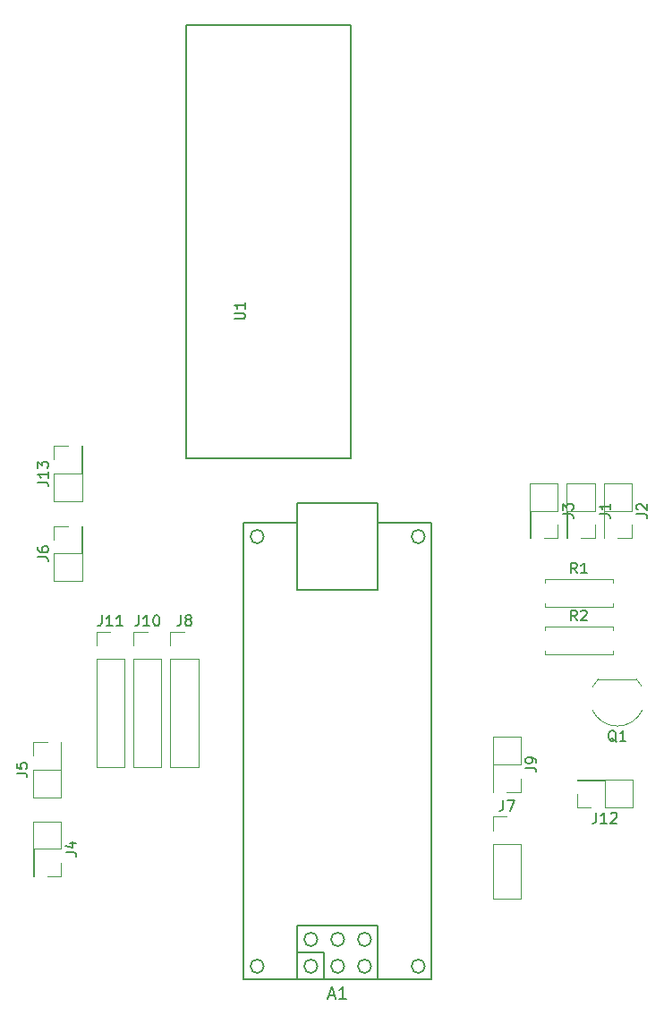
<source format=gbr>
G04 #@! TF.GenerationSoftware,KiCad,Pcbnew,(5.1.5)-3*
G04 #@! TF.CreationDate,2020-04-08T14:30:32+03:00*
G04 #@! TF.ProjectId,Receiver,52656365-6976-4657-922e-6b696361645f,rev?*
G04 #@! TF.SameCoordinates,Original*
G04 #@! TF.FileFunction,Legend,Top*
G04 #@! TF.FilePolarity,Positive*
%FSLAX46Y46*%
G04 Gerber Fmt 4.6, Leading zero omitted, Abs format (unit mm)*
G04 Created by KiCad (PCBNEW (5.1.5)-3) date 2020-04-08 14:30:32*
%MOMM*%
%LPD*%
G04 APERTURE LIST*
%ADD10C,0.120000*%
%ADD11C,0.150000*%
G04 APERTURE END LIST*
D10*
X178760000Y-85150000D02*
X175160000Y-85150000D01*
X179284184Y-85877205D02*
G75*
G03X178760000Y-85150000I-2324184J-1122795D01*
G01*
X179316400Y-88098807D02*
G75*
G02X176960000Y-89600000I-2356400J1098807D01*
G01*
X174603600Y-88098807D02*
G75*
G03X176960000Y-89600000I2356400J1098807D01*
G01*
X174635816Y-85877205D02*
G75*
G02X175160000Y-85150000I2324184J-1122795D01*
G01*
X121730000Y-103830000D02*
X121670000Y-103830000D01*
X121670000Y-103830000D02*
X121670000Y-98630000D01*
X121670000Y-98630000D02*
X124330000Y-98630000D01*
X124330000Y-98630000D02*
X124330000Y-101230000D01*
X124330000Y-101230000D02*
X121730000Y-101230000D01*
X121730000Y-101230000D02*
X121730000Y-103830000D01*
X123000000Y-103830000D02*
X124330000Y-103830000D01*
X124330000Y-103830000D02*
X124330000Y-102560000D01*
X126270000Y-63130000D02*
X126330000Y-63130000D01*
X126330000Y-63130000D02*
X126330000Y-68330000D01*
X126330000Y-68330000D02*
X123670000Y-68330000D01*
X123670000Y-68330000D02*
X123670000Y-65730000D01*
X123670000Y-65730000D02*
X126270000Y-65730000D01*
X126270000Y-65730000D02*
X126270000Y-63130000D01*
X125000000Y-63130000D02*
X123670000Y-63130000D01*
X123670000Y-63130000D02*
X123670000Y-64400000D01*
X170100000Y-76020000D02*
X170100000Y-75690000D01*
X170100000Y-75690000D02*
X176520000Y-75690000D01*
X176520000Y-75690000D02*
X176520000Y-76020000D01*
X170100000Y-77980000D02*
X170100000Y-78310000D01*
X170100000Y-78310000D02*
X176520000Y-78310000D01*
X176520000Y-78310000D02*
X176520000Y-77980000D01*
D11*
X136200000Y-64300000D02*
X151700000Y-64300000D01*
X136200000Y-23300000D02*
X136200000Y-64300000D01*
X151700000Y-23300000D02*
X136200000Y-23300000D01*
X151700000Y-64300000D02*
X151700000Y-23300000D01*
D10*
X170100000Y-80520000D02*
X170100000Y-80190000D01*
X170100000Y-80190000D02*
X176520000Y-80190000D01*
X176520000Y-80190000D02*
X176520000Y-80520000D01*
X170100000Y-82480000D02*
X170100000Y-82810000D01*
X170100000Y-82810000D02*
X176520000Y-82810000D01*
X176520000Y-82810000D02*
X176520000Y-82480000D01*
X173170000Y-94730000D02*
X173170000Y-94670000D01*
X173170000Y-94670000D02*
X178370000Y-94670000D01*
X178370000Y-94670000D02*
X178370000Y-97330000D01*
X178370000Y-97330000D02*
X175770000Y-97330000D01*
X175770000Y-97330000D02*
X175770000Y-94730000D01*
X175770000Y-94730000D02*
X173170000Y-94730000D01*
X173170000Y-96000000D02*
X173170000Y-97330000D01*
X173170000Y-97330000D02*
X174440000Y-97330000D01*
X127670000Y-83270000D02*
X127670000Y-93490000D01*
X127670000Y-93490000D02*
X130330000Y-93490000D01*
X130330000Y-93490000D02*
X130330000Y-83270000D01*
X130330000Y-83270000D02*
X127670000Y-83270000D01*
X127670000Y-82000000D02*
X127670000Y-80670000D01*
X127670000Y-80670000D02*
X129000000Y-80670000D01*
X131170000Y-83270000D02*
X131170000Y-93490000D01*
X131170000Y-93490000D02*
X133830000Y-93490000D01*
X133830000Y-93490000D02*
X133830000Y-83270000D01*
X133830000Y-83270000D02*
X131170000Y-83270000D01*
X131170000Y-82000000D02*
X131170000Y-80670000D01*
X131170000Y-80670000D02*
X132500000Y-80670000D01*
X165230000Y-95830000D02*
X165170000Y-95830000D01*
X165170000Y-95830000D02*
X165170000Y-90630000D01*
X165170000Y-90630000D02*
X167830000Y-90630000D01*
X167830000Y-90630000D02*
X167830000Y-93230000D01*
X167830000Y-93230000D02*
X165230000Y-93230000D01*
X165230000Y-93230000D02*
X165230000Y-95830000D01*
X166500000Y-95830000D02*
X167830000Y-95830000D01*
X167830000Y-95830000D02*
X167830000Y-94560000D01*
X134670000Y-83270000D02*
X134670000Y-93490000D01*
X134670000Y-93490000D02*
X137330000Y-93490000D01*
X137330000Y-93490000D02*
X137330000Y-83270000D01*
X137330000Y-83270000D02*
X134670000Y-83270000D01*
X134670000Y-82000000D02*
X134670000Y-80670000D01*
X134670000Y-80670000D02*
X136000000Y-80670000D01*
X165170000Y-100770000D02*
X165170000Y-105910000D01*
X165170000Y-105910000D02*
X167830000Y-105910000D01*
X167830000Y-105910000D02*
X167830000Y-100770000D01*
X167830000Y-100770000D02*
X165170000Y-100770000D01*
X165170000Y-99500000D02*
X165170000Y-98170000D01*
X165170000Y-98170000D02*
X166500000Y-98170000D01*
X126270000Y-70670000D02*
X126330000Y-70670000D01*
X126330000Y-70670000D02*
X126330000Y-75870000D01*
X126330000Y-75870000D02*
X123670000Y-75870000D01*
X123670000Y-75870000D02*
X123670000Y-73270000D01*
X123670000Y-73270000D02*
X126270000Y-73270000D01*
X126270000Y-73270000D02*
X126270000Y-70670000D01*
X125000000Y-70670000D02*
X123670000Y-70670000D01*
X123670000Y-70670000D02*
X123670000Y-71940000D01*
X124270000Y-91130000D02*
X124330000Y-91130000D01*
X124330000Y-91130000D02*
X124330000Y-96330000D01*
X124330000Y-96330000D02*
X121670000Y-96330000D01*
X121670000Y-96330000D02*
X121670000Y-93730000D01*
X121670000Y-93730000D02*
X124270000Y-93730000D01*
X124270000Y-93730000D02*
X124270000Y-91130000D01*
X123000000Y-91130000D02*
X121670000Y-91130000D01*
X121670000Y-91130000D02*
X121670000Y-92400000D01*
X168730000Y-71830000D02*
X168670000Y-71830000D01*
X168670000Y-71830000D02*
X168670000Y-66630000D01*
X168670000Y-66630000D02*
X171330000Y-66630000D01*
X171330000Y-66630000D02*
X171330000Y-69230000D01*
X171330000Y-69230000D02*
X168730000Y-69230000D01*
X168730000Y-69230000D02*
X168730000Y-71830000D01*
X170000000Y-71830000D02*
X171330000Y-71830000D01*
X171330000Y-71830000D02*
X171330000Y-70560000D01*
X175730000Y-71830000D02*
X175670000Y-71830000D01*
X175670000Y-71830000D02*
X175670000Y-66630000D01*
X175670000Y-66630000D02*
X178330000Y-66630000D01*
X178330000Y-66630000D02*
X178330000Y-69230000D01*
X178330000Y-69230000D02*
X175730000Y-69230000D01*
X175730000Y-69230000D02*
X175730000Y-71830000D01*
X177000000Y-71830000D02*
X178330000Y-71830000D01*
X178330000Y-71830000D02*
X178330000Y-70560000D01*
X172230000Y-71830000D02*
X172170000Y-71830000D01*
X172170000Y-71830000D02*
X172170000Y-66630000D01*
X172170000Y-66630000D02*
X174830000Y-66630000D01*
X174830000Y-66630000D02*
X174830000Y-69230000D01*
X174830000Y-69230000D02*
X172230000Y-69230000D01*
X172230000Y-69230000D02*
X172230000Y-71830000D01*
X173500000Y-71830000D02*
X174830000Y-71830000D01*
X174830000Y-71830000D02*
X174830000Y-70560000D01*
D11*
X141610000Y-70410000D02*
X141610000Y-113590000D01*
X159390000Y-113590000D02*
X159390000Y-70410000D01*
X141610000Y-113590000D02*
X159390000Y-113590000D01*
X154310000Y-108510000D02*
X146690000Y-108510000D01*
X154310000Y-113590000D02*
X154310000Y-108510000D01*
X146690000Y-108510000D02*
X146690000Y-113590000D01*
X149230000Y-111050000D02*
X149230000Y-113590000D01*
X146690000Y-111050000D02*
X149230000Y-111050000D01*
X143515000Y-112320000D02*
G75*
G03X143515000Y-112320000I-635000J0D01*
G01*
X158755000Y-112320000D02*
G75*
G03X158755000Y-112320000I-635000J0D01*
G01*
X143515000Y-71680000D02*
G75*
G03X143515000Y-71680000I-635000J0D01*
G01*
X158755000Y-71680000D02*
G75*
G03X158755000Y-71680000I-635000J0D01*
G01*
X148595000Y-112320000D02*
G75*
G03X148595000Y-112320000I-635000J0D01*
G01*
X148595000Y-109780000D02*
G75*
G03X148595000Y-109780000I-635000J0D01*
G01*
X151135000Y-109780000D02*
G75*
G03X151135000Y-109780000I-635000J0D01*
G01*
X153675000Y-109780000D02*
G75*
G03X153675000Y-109780000I-635000J0D01*
G01*
X153675000Y-112320000D02*
G75*
G03X153675000Y-112320000I-635000J0D01*
G01*
X151135000Y-112320000D02*
G75*
G03X151135000Y-112320000I-635000J0D01*
G01*
X146690000Y-76760000D02*
X146690000Y-68505000D01*
X154310000Y-76760000D02*
X146690000Y-76760000D01*
X154310000Y-68505000D02*
X154310000Y-76760000D01*
X146690000Y-68505000D02*
X154310000Y-68505000D01*
X141610000Y-70410000D02*
X146690000Y-70410000D01*
X154310000Y-70410000D02*
X159390000Y-70410000D01*
X176864761Y-91107619D02*
X176769523Y-91060000D01*
X176674285Y-90964761D01*
X176531428Y-90821904D01*
X176436190Y-90774285D01*
X176340952Y-90774285D01*
X176388571Y-91012380D02*
X176293333Y-90964761D01*
X176198095Y-90869523D01*
X176150476Y-90679047D01*
X176150476Y-90345714D01*
X176198095Y-90155238D01*
X176293333Y-90060000D01*
X176388571Y-90012380D01*
X176579047Y-90012380D01*
X176674285Y-90060000D01*
X176769523Y-90155238D01*
X176817142Y-90345714D01*
X176817142Y-90679047D01*
X176769523Y-90869523D01*
X176674285Y-90964761D01*
X176579047Y-91012380D01*
X176388571Y-91012380D01*
X177769523Y-91012380D02*
X177198095Y-91012380D01*
X177483809Y-91012380D02*
X177483809Y-90012380D01*
X177388571Y-90155238D01*
X177293333Y-90250476D01*
X177198095Y-90298095D01*
X124782380Y-101563333D02*
X125496666Y-101563333D01*
X125639523Y-101610952D01*
X125734761Y-101706190D01*
X125782380Y-101849047D01*
X125782380Y-101944285D01*
X125115714Y-100658571D02*
X125782380Y-100658571D01*
X124734761Y-100896666D02*
X125449047Y-101134761D01*
X125449047Y-100515714D01*
X122122380Y-66539523D02*
X122836666Y-66539523D01*
X122979523Y-66587142D01*
X123074761Y-66682380D01*
X123122380Y-66825238D01*
X123122380Y-66920476D01*
X123122380Y-65539523D02*
X123122380Y-66110952D01*
X123122380Y-65825238D02*
X122122380Y-65825238D01*
X122265238Y-65920476D01*
X122360476Y-66015714D01*
X122408095Y-66110952D01*
X122122380Y-65206190D02*
X122122380Y-64587142D01*
X122503333Y-64920476D01*
X122503333Y-64777619D01*
X122550952Y-64682380D01*
X122598571Y-64634761D01*
X122693809Y-64587142D01*
X122931904Y-64587142D01*
X123027142Y-64634761D01*
X123074761Y-64682380D01*
X123122380Y-64777619D01*
X123122380Y-65063333D01*
X123074761Y-65158571D01*
X123027142Y-65206190D01*
X173143333Y-75142380D02*
X172810000Y-74666190D01*
X172571904Y-75142380D02*
X172571904Y-74142380D01*
X172952857Y-74142380D01*
X173048095Y-74190000D01*
X173095714Y-74237619D01*
X173143333Y-74332857D01*
X173143333Y-74475714D01*
X173095714Y-74570952D01*
X173048095Y-74618571D01*
X172952857Y-74666190D01*
X172571904Y-74666190D01*
X174095714Y-75142380D02*
X173524285Y-75142380D01*
X173810000Y-75142380D02*
X173810000Y-74142380D01*
X173714761Y-74285238D01*
X173619523Y-74380476D01*
X173524285Y-74428095D01*
X140722380Y-51101904D02*
X141531904Y-51101904D01*
X141627142Y-51054285D01*
X141674761Y-51006666D01*
X141722380Y-50911428D01*
X141722380Y-50720952D01*
X141674761Y-50625714D01*
X141627142Y-50578095D01*
X141531904Y-50530476D01*
X140722380Y-50530476D01*
X141722380Y-49530476D02*
X141722380Y-50101904D01*
X141722380Y-49816190D02*
X140722380Y-49816190D01*
X140865238Y-49911428D01*
X140960476Y-50006666D01*
X141008095Y-50101904D01*
X173143333Y-79642380D02*
X172810000Y-79166190D01*
X172571904Y-79642380D02*
X172571904Y-78642380D01*
X172952857Y-78642380D01*
X173048095Y-78690000D01*
X173095714Y-78737619D01*
X173143333Y-78832857D01*
X173143333Y-78975714D01*
X173095714Y-79070952D01*
X173048095Y-79118571D01*
X172952857Y-79166190D01*
X172571904Y-79166190D01*
X173524285Y-78737619D02*
X173571904Y-78690000D01*
X173667142Y-78642380D01*
X173905238Y-78642380D01*
X174000476Y-78690000D01*
X174048095Y-78737619D01*
X174095714Y-78832857D01*
X174095714Y-78928095D01*
X174048095Y-79070952D01*
X173476666Y-79642380D01*
X174095714Y-79642380D01*
X174960476Y-97782380D02*
X174960476Y-98496666D01*
X174912857Y-98639523D01*
X174817619Y-98734761D01*
X174674761Y-98782380D01*
X174579523Y-98782380D01*
X175960476Y-98782380D02*
X175389047Y-98782380D01*
X175674761Y-98782380D02*
X175674761Y-97782380D01*
X175579523Y-97925238D01*
X175484285Y-98020476D01*
X175389047Y-98068095D01*
X176341428Y-97877619D02*
X176389047Y-97830000D01*
X176484285Y-97782380D01*
X176722380Y-97782380D01*
X176817619Y-97830000D01*
X176865238Y-97877619D01*
X176912857Y-97972857D01*
X176912857Y-98068095D01*
X176865238Y-98210952D01*
X176293809Y-98782380D01*
X176912857Y-98782380D01*
X128190476Y-79122380D02*
X128190476Y-79836666D01*
X128142857Y-79979523D01*
X128047619Y-80074761D01*
X127904761Y-80122380D01*
X127809523Y-80122380D01*
X129190476Y-80122380D02*
X128619047Y-80122380D01*
X128904761Y-80122380D02*
X128904761Y-79122380D01*
X128809523Y-79265238D01*
X128714285Y-79360476D01*
X128619047Y-79408095D01*
X130142857Y-80122380D02*
X129571428Y-80122380D01*
X129857142Y-80122380D02*
X129857142Y-79122380D01*
X129761904Y-79265238D01*
X129666666Y-79360476D01*
X129571428Y-79408095D01*
X131690476Y-79122380D02*
X131690476Y-79836666D01*
X131642857Y-79979523D01*
X131547619Y-80074761D01*
X131404761Y-80122380D01*
X131309523Y-80122380D01*
X132690476Y-80122380D02*
X132119047Y-80122380D01*
X132404761Y-80122380D02*
X132404761Y-79122380D01*
X132309523Y-79265238D01*
X132214285Y-79360476D01*
X132119047Y-79408095D01*
X133309523Y-79122380D02*
X133404761Y-79122380D01*
X133500000Y-79170000D01*
X133547619Y-79217619D01*
X133595238Y-79312857D01*
X133642857Y-79503333D01*
X133642857Y-79741428D01*
X133595238Y-79931904D01*
X133547619Y-80027142D01*
X133500000Y-80074761D01*
X133404761Y-80122380D01*
X133309523Y-80122380D01*
X133214285Y-80074761D01*
X133166666Y-80027142D01*
X133119047Y-79931904D01*
X133071428Y-79741428D01*
X133071428Y-79503333D01*
X133119047Y-79312857D01*
X133166666Y-79217619D01*
X133214285Y-79170000D01*
X133309523Y-79122380D01*
X168282380Y-93563333D02*
X168996666Y-93563333D01*
X169139523Y-93610952D01*
X169234761Y-93706190D01*
X169282380Y-93849047D01*
X169282380Y-93944285D01*
X169282380Y-93039523D02*
X169282380Y-92849047D01*
X169234761Y-92753809D01*
X169187142Y-92706190D01*
X169044285Y-92610952D01*
X168853809Y-92563333D01*
X168472857Y-92563333D01*
X168377619Y-92610952D01*
X168330000Y-92658571D01*
X168282380Y-92753809D01*
X168282380Y-92944285D01*
X168330000Y-93039523D01*
X168377619Y-93087142D01*
X168472857Y-93134761D01*
X168710952Y-93134761D01*
X168806190Y-93087142D01*
X168853809Y-93039523D01*
X168901428Y-92944285D01*
X168901428Y-92753809D01*
X168853809Y-92658571D01*
X168806190Y-92610952D01*
X168710952Y-92563333D01*
X135666666Y-79122380D02*
X135666666Y-79836666D01*
X135619047Y-79979523D01*
X135523809Y-80074761D01*
X135380952Y-80122380D01*
X135285714Y-80122380D01*
X136285714Y-79550952D02*
X136190476Y-79503333D01*
X136142857Y-79455714D01*
X136095238Y-79360476D01*
X136095238Y-79312857D01*
X136142857Y-79217619D01*
X136190476Y-79170000D01*
X136285714Y-79122380D01*
X136476190Y-79122380D01*
X136571428Y-79170000D01*
X136619047Y-79217619D01*
X136666666Y-79312857D01*
X136666666Y-79360476D01*
X136619047Y-79455714D01*
X136571428Y-79503333D01*
X136476190Y-79550952D01*
X136285714Y-79550952D01*
X136190476Y-79598571D01*
X136142857Y-79646190D01*
X136095238Y-79741428D01*
X136095238Y-79931904D01*
X136142857Y-80027142D01*
X136190476Y-80074761D01*
X136285714Y-80122380D01*
X136476190Y-80122380D01*
X136571428Y-80074761D01*
X136619047Y-80027142D01*
X136666666Y-79931904D01*
X136666666Y-79741428D01*
X136619047Y-79646190D01*
X136571428Y-79598571D01*
X136476190Y-79550952D01*
X166166666Y-96622380D02*
X166166666Y-97336666D01*
X166119047Y-97479523D01*
X166023809Y-97574761D01*
X165880952Y-97622380D01*
X165785714Y-97622380D01*
X166547619Y-96622380D02*
X167214285Y-96622380D01*
X166785714Y-97622380D01*
X122122380Y-73603333D02*
X122836666Y-73603333D01*
X122979523Y-73650952D01*
X123074761Y-73746190D01*
X123122380Y-73889047D01*
X123122380Y-73984285D01*
X122122380Y-72698571D02*
X122122380Y-72889047D01*
X122170000Y-72984285D01*
X122217619Y-73031904D01*
X122360476Y-73127142D01*
X122550952Y-73174761D01*
X122931904Y-73174761D01*
X123027142Y-73127142D01*
X123074761Y-73079523D01*
X123122380Y-72984285D01*
X123122380Y-72793809D01*
X123074761Y-72698571D01*
X123027142Y-72650952D01*
X122931904Y-72603333D01*
X122693809Y-72603333D01*
X122598571Y-72650952D01*
X122550952Y-72698571D01*
X122503333Y-72793809D01*
X122503333Y-72984285D01*
X122550952Y-73079523D01*
X122598571Y-73127142D01*
X122693809Y-73174761D01*
X120122380Y-94063333D02*
X120836666Y-94063333D01*
X120979523Y-94110952D01*
X121074761Y-94206190D01*
X121122380Y-94349047D01*
X121122380Y-94444285D01*
X120122380Y-93110952D02*
X120122380Y-93587142D01*
X120598571Y-93634761D01*
X120550952Y-93587142D01*
X120503333Y-93491904D01*
X120503333Y-93253809D01*
X120550952Y-93158571D01*
X120598571Y-93110952D01*
X120693809Y-93063333D01*
X120931904Y-93063333D01*
X121027142Y-93110952D01*
X121074761Y-93158571D01*
X121122380Y-93253809D01*
X121122380Y-93491904D01*
X121074761Y-93587142D01*
X121027142Y-93634761D01*
X171782380Y-69563333D02*
X172496666Y-69563333D01*
X172639523Y-69610952D01*
X172734761Y-69706190D01*
X172782380Y-69849047D01*
X172782380Y-69944285D01*
X171782380Y-69182380D02*
X171782380Y-68563333D01*
X172163333Y-68896666D01*
X172163333Y-68753809D01*
X172210952Y-68658571D01*
X172258571Y-68610952D01*
X172353809Y-68563333D01*
X172591904Y-68563333D01*
X172687142Y-68610952D01*
X172734761Y-68658571D01*
X172782380Y-68753809D01*
X172782380Y-69039523D01*
X172734761Y-69134761D01*
X172687142Y-69182380D01*
X178782380Y-69563333D02*
X179496666Y-69563333D01*
X179639523Y-69610952D01*
X179734761Y-69706190D01*
X179782380Y-69849047D01*
X179782380Y-69944285D01*
X178877619Y-69134761D02*
X178830000Y-69087142D01*
X178782380Y-68991904D01*
X178782380Y-68753809D01*
X178830000Y-68658571D01*
X178877619Y-68610952D01*
X178972857Y-68563333D01*
X179068095Y-68563333D01*
X179210952Y-68610952D01*
X179782380Y-69182380D01*
X179782380Y-68563333D01*
X175282380Y-69563333D02*
X175996666Y-69563333D01*
X176139523Y-69610952D01*
X176234761Y-69706190D01*
X176282380Y-69849047D01*
X176282380Y-69944285D01*
X176282380Y-68563333D02*
X176282380Y-69134761D01*
X176282380Y-68849047D02*
X175282380Y-68849047D01*
X175425238Y-68944285D01*
X175520476Y-69039523D01*
X175568095Y-69134761D01*
X149642857Y-115060000D02*
X150214285Y-115060000D01*
X149528571Y-115402857D02*
X149928571Y-114202857D01*
X150328571Y-115402857D01*
X151357142Y-115402857D02*
X150671428Y-115402857D01*
X151014285Y-115402857D02*
X151014285Y-114202857D01*
X150900000Y-114374285D01*
X150785714Y-114488571D01*
X150671428Y-114545714D01*
M02*

</source>
